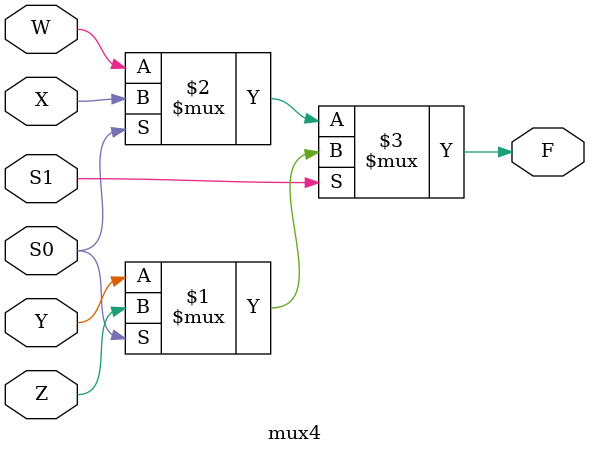
<source format=v>
module mux4(F, S1, S0, W, X, Y, Z);
	input W, X, Y, Z, S1, S0;
	output wire F;
	
	assign F = S1 ? (S0 ? Z : Y) : (S0 ? X : W);
endmodule

</source>
